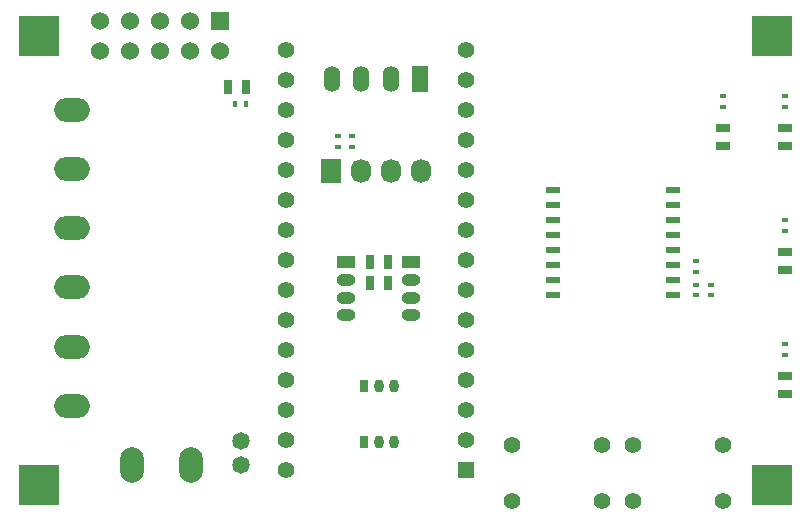
<source format=gts>
%FSLAX34Y34*%
G04 Gerber Fmt 3.4, Leading zero omitted, Abs format*
G04 (created by PCBNEW (2014-03-19 BZR 4756)-product) date Sun 27 Jul 2014 23:33:24 BST*
%MOIN*%
G01*
G70*
G90*
G04 APERTURE LIST*
%ADD10C,0.005906*%
%ADD11O,0.078700X0.118700*%
%ADD12R,0.025000X0.045000*%
%ADD13R,0.015700X0.023600*%
%ADD14C,0.058300*%
%ADD15R,0.045000X0.025000*%
%ADD16O,0.031496X0.043307*%
%ADD17R,0.031496X0.043307*%
%ADD18O,0.062992X0.039370*%
%ADD19R,0.062992X0.039370*%
%ADD20O,0.055118X0.086614*%
%ADD21R,0.055118X0.086614*%
%ADD22O,0.118700X0.078700*%
%ADD23R,0.068000X0.080000*%
%ADD24O,0.068000X0.080000*%
%ADD25R,0.023600X0.015700*%
%ADD26R,0.060000X0.060000*%
%ADD27C,0.060000*%
%ADD28C,0.055000*%
%ADD29R,0.055000X0.055000*%
%ADD30R,0.133900X0.133900*%
%ADD31R,0.045000X0.020000*%
G04 APERTURE END LIST*
G54D10*
G54D11*
X74214Y-47228D03*
X72246Y-47228D03*
G54D12*
X76059Y-34620D03*
X75459Y-34620D03*
G54D13*
X76035Y-35210D03*
X75681Y-35210D03*
G54D14*
X75887Y-47228D03*
X75887Y-46440D03*
G54D15*
X94007Y-36593D03*
X94007Y-35993D03*
X91940Y-36593D03*
X91940Y-35993D03*
X94007Y-40727D03*
X94007Y-40127D03*
X94007Y-44861D03*
X94007Y-44261D03*
G54D16*
X80484Y-44610D03*
X80996Y-44610D03*
G54D17*
X79972Y-44610D03*
G54D16*
X80484Y-46480D03*
X80996Y-46480D03*
G54D17*
X79972Y-46480D03*
G54D18*
X81566Y-41067D03*
X81566Y-41657D03*
G54D19*
X81566Y-40476D03*
G54D18*
X81566Y-42248D03*
X79401Y-41067D03*
X79401Y-41657D03*
G54D19*
X79401Y-40476D03*
G54D18*
X79401Y-42248D03*
G54D20*
X80877Y-34374D03*
X79893Y-34374D03*
G54D21*
X81861Y-34374D03*
G54D20*
X78909Y-34374D03*
G54D22*
X70248Y-43293D03*
X70248Y-45261D03*
X70248Y-35407D03*
X70248Y-37375D03*
X70248Y-39344D03*
X70248Y-41312D03*
G54D23*
X78885Y-37444D03*
G54D24*
X79885Y-37444D03*
X80885Y-37444D03*
X81885Y-37444D03*
G54D25*
X94007Y-35289D03*
X94007Y-34935D03*
X91940Y-35289D03*
X91940Y-34935D03*
G54D12*
X80784Y-41165D03*
X80184Y-41165D03*
X80784Y-40476D03*
X80184Y-40476D03*
G54D25*
X94007Y-39423D03*
X94007Y-39069D03*
X94007Y-43556D03*
X94007Y-43202D03*
X79598Y-36283D03*
X79598Y-36637D03*
X79106Y-36283D03*
X79106Y-36637D03*
G54D26*
X75200Y-32446D03*
G54D27*
X75200Y-33446D03*
X74200Y-32446D03*
X74200Y-33446D03*
X73200Y-32446D03*
X73200Y-33446D03*
X72200Y-32446D03*
X72200Y-33446D03*
X71200Y-32446D03*
X71200Y-33446D03*
G54D28*
X77374Y-33401D03*
X83374Y-34401D03*
X83374Y-35401D03*
X83374Y-36401D03*
X83374Y-37401D03*
X83374Y-38401D03*
X83374Y-39401D03*
X83374Y-40401D03*
X83374Y-41401D03*
X83374Y-42401D03*
X83374Y-43401D03*
X83374Y-44401D03*
X83374Y-45401D03*
X83374Y-46401D03*
G54D29*
X83374Y-47401D03*
G54D28*
X77374Y-47401D03*
X77374Y-46401D03*
X77374Y-45401D03*
X77374Y-44401D03*
X77374Y-43401D03*
X77374Y-42401D03*
X77374Y-41401D03*
X77374Y-40401D03*
X77374Y-39401D03*
X77374Y-38401D03*
X77374Y-37401D03*
X77374Y-36401D03*
X77374Y-35401D03*
X77374Y-34401D03*
X83374Y-33401D03*
X88966Y-48446D03*
X88966Y-46557D03*
X91958Y-48446D03*
X91958Y-46557D03*
X84931Y-48446D03*
X84931Y-46557D03*
X87923Y-48446D03*
X87923Y-46557D03*
G54D30*
X69165Y-32946D03*
X93574Y-32946D03*
X93574Y-47907D03*
X69165Y-47907D03*
G54D25*
X91053Y-40789D03*
X91053Y-40435D03*
X91053Y-41222D03*
X91053Y-41576D03*
X91545Y-41222D03*
X91545Y-41576D03*
G54D31*
X90297Y-41574D03*
X90297Y-41074D03*
X90297Y-40574D03*
X90297Y-40074D03*
X90297Y-39574D03*
X90297Y-39074D03*
X90297Y-38574D03*
X90297Y-38074D03*
X86297Y-38074D03*
X86297Y-38574D03*
X86297Y-39074D03*
X86297Y-39574D03*
X86297Y-40074D03*
X86297Y-40574D03*
X86297Y-41074D03*
X86297Y-41574D03*
M02*

</source>
